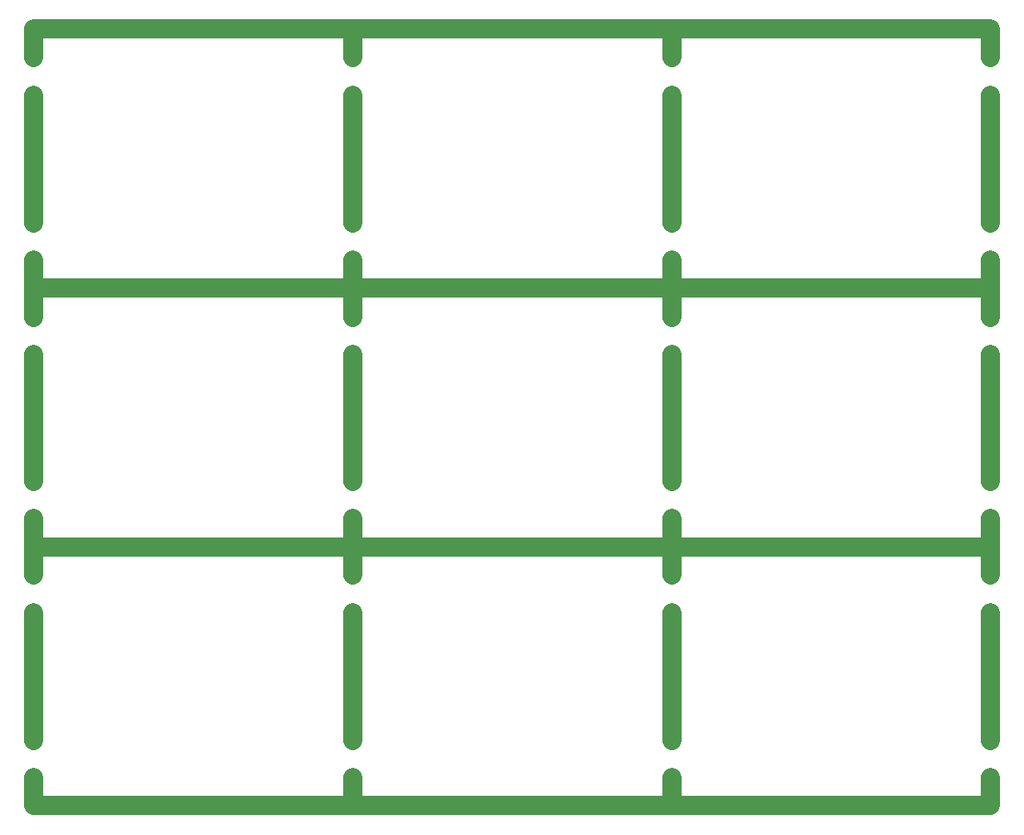
<source format=gbr>
G04 #@! TF.GenerationSoftware,KiCad,Pcbnew,5.1.4*
G04 #@! TF.CreationDate,2019-10-30T21:18:39-05:00*
G04 #@! TF.ProjectId,rf_panel,72665f70-616e-4656-9c2e-6b696361645f,rev?*
G04 #@! TF.SameCoordinates,PX5b44420PY842de40*
G04 #@! TF.FileFunction,Other,ECO1*
%FSLAX46Y46*%
G04 Gerber Fmt 4.6, Leading zero omitted, Abs format (unit mm)*
G04 Created by KiCad (PCBNEW 5.1.4) date 2019-10-30 21:18:39*
%MOMM*%
%LPD*%
G04 APERTURE LIST*
%ADD10C,2.000000*%
G04 APERTURE END LIST*
D10*
X3122000Y10028100D02*
X3122000Y23528100D01*
X36872000Y10028100D02*
X36872000Y23528100D01*
X70622000Y10028100D02*
X70622000Y23528100D01*
X3122000Y37428100D02*
X3122000Y50928100D01*
X36872000Y37428100D02*
X36872000Y50928100D01*
X70622000Y37428100D02*
X70622000Y50928100D01*
X3122000Y85328100D02*
X3122000Y82328100D01*
X36872000Y85328100D02*
X36872000Y82328100D01*
X70622000Y85328100D02*
X70622000Y82328100D01*
X3122000Y54828100D02*
X3122000Y60928100D01*
X36872000Y54828100D02*
X36872000Y60928100D01*
X70622000Y54828100D02*
X70622000Y60928100D01*
X3122000Y3128100D02*
X3122000Y6128100D01*
X36872000Y3128100D02*
X36872000Y6128100D01*
X70622000Y3128100D02*
X70622000Y6128100D01*
X3122000Y64828100D02*
X3122000Y78328100D01*
X36872000Y64828100D02*
X36872000Y78328100D01*
X70622000Y64828100D02*
X70622000Y78328100D01*
X3122000Y27528100D02*
X3122000Y33528100D01*
X36872000Y27528100D02*
X36872000Y33528100D01*
X70622000Y27528100D02*
X70622000Y33528100D01*
X104372000Y3128100D02*
X104372000Y6128100D01*
X104372000Y10028100D02*
X104372000Y23528100D01*
X104372000Y27528100D02*
X104372000Y33528100D01*
X104372000Y37428100D02*
X104372000Y50928100D01*
X104372000Y64828100D02*
X104372000Y78328100D01*
X104372000Y85328100D02*
X104372000Y82328100D01*
X104372000Y85328100D02*
X3122000Y85328100D01*
X104372000Y57928100D02*
X3122000Y57928100D01*
X104372000Y54828100D02*
X104372000Y60928100D01*
X104372000Y30528100D02*
X3122000Y30528100D01*
X3122000Y3128100D02*
X104372000Y3128100D01*
M02*

</source>
